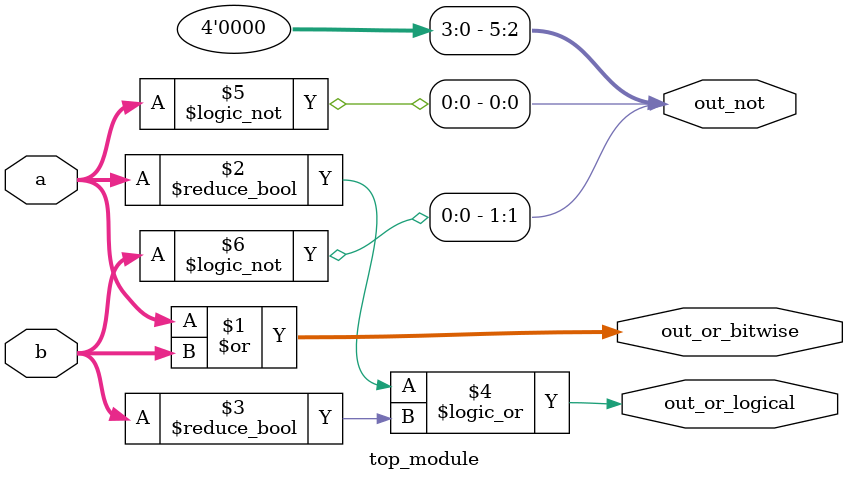
<source format=sv>
module top_module(
    input [2:0] a,
    input [2:0] b,
    output [2:0] out_or_bitwise,
    output out_or_logical,
    output [5:0] out_not
);
    
    assign out_or_bitwise = a | b;
    assign out_or_logical = (a != 0) || (b != 0);
    assign out_not = {!b, !a};
    
endmodule

</source>
